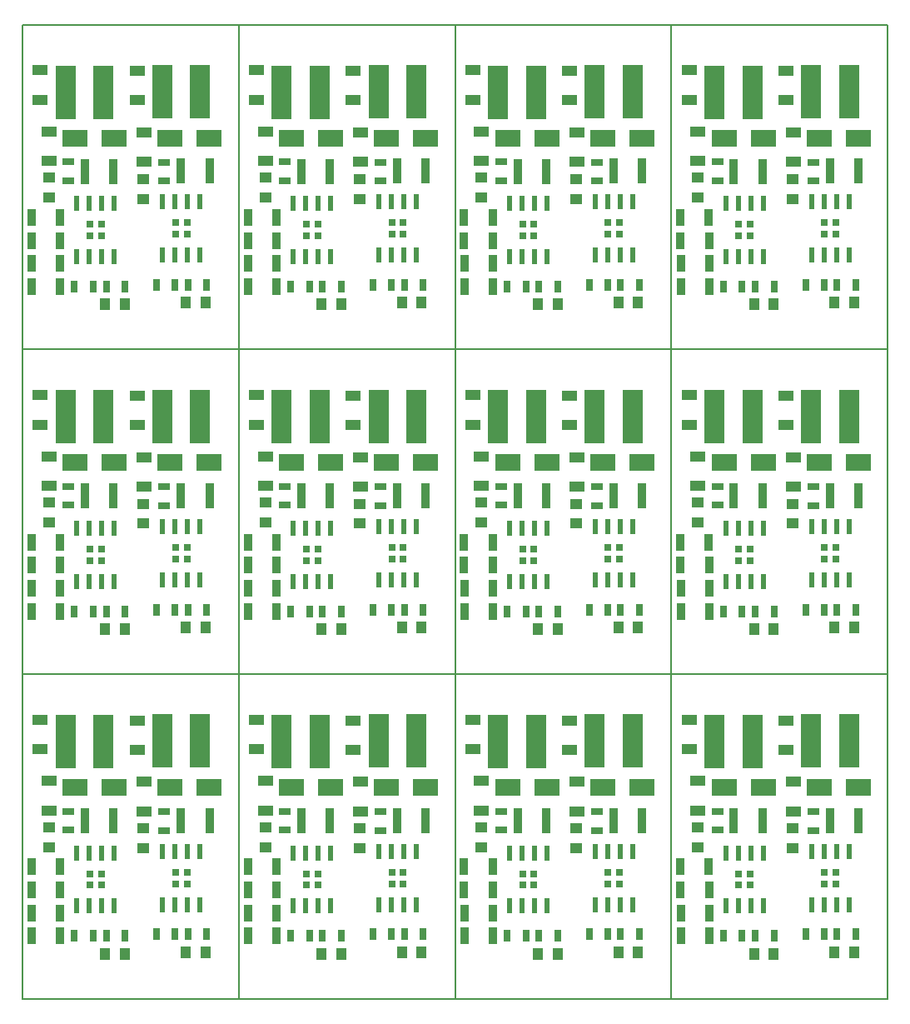
<source format=gtp>
G04 #@! TF.FileFunction,Paste,Top*
%FSLAX46Y46*%
G04 Gerber Fmt 4.6, Leading zero omitted, Abs format (unit mm)*
G04 Created by KiCad (PCBNEW 4.0.2-stable) date 11/12/2017 10:54:41 AM*
%MOMM*%
G01*
G04 APERTURE LIST*
%ADD10C,0.100000*%
%ADD11C,0.150000*%
%ADD12R,0.900000X1.700000*%
%ADD13R,0.700000X1.300000*%
%ADD14R,1.000000X1.250000*%
%ADD15R,1.600000X1.000000*%
%ADD16R,1.250000X1.000000*%
%ADD17R,1.300000X0.700000*%
%ADD18R,2.500000X1.800000*%
%ADD19R,0.900000X2.500000*%
%ADD20R,0.600000X1.550000*%
%ADD21R,0.705000X0.705000*%
%ADD22R,2.150000X5.500000*%
G04 APERTURE END LIST*
D10*
D11*
X102000000Y-111000000D02*
X102000000Y-144000000D01*
X124000000Y-111000000D02*
X124000000Y-144000000D01*
X124000000Y-144000000D02*
X124000000Y-111000000D01*
X124000000Y-144000000D02*
X102000000Y-144000000D01*
X102000000Y-144000000D02*
X80000000Y-144000000D01*
X80000000Y-144000000D02*
X80000000Y-111000000D01*
X102000000Y-144000000D02*
X102000000Y-111000000D01*
X102000000Y-111000000D02*
X124000000Y-111000000D01*
X124000000Y-111000000D02*
X102000000Y-111000000D01*
X80000000Y-111000000D02*
X102000000Y-111000000D01*
X102000000Y-111000000D02*
X80000000Y-111000000D01*
X146000000Y-144000000D02*
X146000000Y-111000000D01*
X146000000Y-144000000D02*
X124000000Y-144000000D01*
X146000000Y-111000000D02*
X146000000Y-144000000D01*
X168000000Y-144000000D02*
X146000000Y-144000000D01*
X168000000Y-111000000D02*
X168000000Y-144000000D01*
X168000000Y-111000000D02*
X146000000Y-111000000D01*
X124000000Y-111000000D02*
X146000000Y-111000000D01*
X146000000Y-111000000D02*
X168000000Y-111000000D01*
X146000000Y-111000000D02*
X124000000Y-111000000D01*
X146000000Y-78000000D02*
X146000000Y-111000000D01*
X168000000Y-111000000D02*
X146000000Y-111000000D01*
X168000000Y-78000000D02*
X168000000Y-111000000D01*
X146000000Y-78000000D02*
X168000000Y-78000000D01*
X124000000Y-111000000D02*
X102000000Y-111000000D01*
X102000000Y-111000000D02*
X80000000Y-111000000D01*
X80000000Y-111000000D02*
X80000000Y-78000000D01*
X80000000Y-78000000D02*
X102000000Y-78000000D01*
X102000000Y-78000000D02*
X102000000Y-111000000D01*
X102000000Y-78000000D02*
X124000000Y-78000000D01*
X102000000Y-111000000D02*
X102000000Y-78000000D01*
X124000000Y-78000000D02*
X146000000Y-78000000D01*
X124000000Y-111000000D02*
X124000000Y-78000000D01*
X146000000Y-111000000D02*
X146000000Y-78000000D01*
X146000000Y-111000000D02*
X124000000Y-111000000D01*
X124000000Y-78000000D02*
X124000000Y-111000000D01*
X146000000Y-78000000D02*
X146000000Y-45000000D01*
X124000000Y-78000000D02*
X124000000Y-45000000D01*
X124000000Y-45000000D02*
X146000000Y-45000000D01*
X146000000Y-45000000D02*
X146000000Y-78000000D01*
X168000000Y-78000000D02*
X146000000Y-78000000D01*
X168000000Y-45000000D02*
X168000000Y-78000000D01*
X146000000Y-45000000D02*
X168000000Y-45000000D01*
X146000000Y-78000000D02*
X124000000Y-78000000D01*
X124000000Y-78000000D02*
X102000000Y-78000000D01*
X102000000Y-78000000D02*
X102000000Y-45000000D01*
X102000000Y-45000000D02*
X124000000Y-45000000D01*
X124000000Y-45000000D02*
X124000000Y-78000000D01*
X80000000Y-78000000D02*
X80000000Y-45000000D01*
X102000000Y-78000000D02*
X80000000Y-78000000D01*
X102000000Y-45000000D02*
X102000000Y-78000000D01*
X80000000Y-45000000D02*
X102000000Y-45000000D01*
D12*
X124937600Y-135293400D03*
X127837600Y-135293400D03*
X127837600Y-137604800D03*
X124937600Y-137604800D03*
D13*
X131188200Y-137604800D03*
X129288200Y-137604800D03*
D14*
X132414000Y-139444200D03*
X134414000Y-139444200D03*
D13*
X132524200Y-137604800D03*
X134424200Y-137604800D03*
D15*
X126692400Y-121856800D03*
X126692400Y-124856800D03*
D16*
X126692400Y-128571800D03*
X126692400Y-126571800D03*
D17*
X128699000Y-126835200D03*
X128699000Y-124935200D03*
D18*
X129340600Y-122517200D03*
X133340600Y-122517200D03*
D16*
X136293600Y-128698800D03*
X136293600Y-126698800D03*
D15*
X136369800Y-121955600D03*
X136369800Y-124955600D03*
D19*
X133247800Y-125909800D03*
X130347800Y-125909800D03*
D12*
X127814400Y-132931200D03*
X124914400Y-132931200D03*
D20*
X129533900Y-134567700D03*
X130803900Y-134567700D03*
X132073900Y-134567700D03*
X133343900Y-134567700D03*
X133343900Y-129167700D03*
X132073900Y-129167700D03*
X130803900Y-129167700D03*
X129533900Y-129167700D03*
D21*
X132026400Y-131280200D03*
X130851400Y-131280200D03*
X132026400Y-132455200D03*
X130851400Y-132455200D03*
D12*
X124912200Y-130594400D03*
X127812200Y-130594400D03*
D20*
X138246100Y-134408700D03*
X139516100Y-134408700D03*
X140786100Y-134408700D03*
X142056100Y-134408700D03*
X142056100Y-129008700D03*
X140786100Y-129008700D03*
X139516100Y-129008700D03*
X138246100Y-129008700D03*
D21*
X140738600Y-131121200D03*
X139563600Y-131121200D03*
X140738600Y-132296200D03*
X139563600Y-132296200D03*
D15*
X125803400Y-118648200D03*
X125803400Y-115648200D03*
D22*
X128374200Y-117858000D03*
X132224200Y-117858000D03*
D15*
X135658600Y-118697600D03*
X135658600Y-115697600D03*
D22*
X138204000Y-117807200D03*
X142054000Y-117807200D03*
X160204000Y-117807200D03*
X164054000Y-117807200D03*
D18*
X160992600Y-122517200D03*
X164992600Y-122517200D03*
D14*
X154414000Y-139444200D03*
X156414000Y-139444200D03*
X162592800Y-139266400D03*
X164592800Y-139266400D03*
D13*
X162830000Y-137437600D03*
X164730000Y-137437600D03*
X161539800Y-137437600D03*
X159639800Y-137437600D03*
X154524200Y-137604800D03*
X156424200Y-137604800D03*
D15*
X158369800Y-121955600D03*
X158369800Y-124955600D03*
D18*
X151340600Y-122517200D03*
X155340600Y-122517200D03*
D22*
X150374200Y-117858000D03*
X154224200Y-117858000D03*
D15*
X157658600Y-118697600D03*
X157658600Y-115697600D03*
X147803400Y-118648200D03*
X147803400Y-115648200D03*
D17*
X160427200Y-126886000D03*
X160427200Y-124986000D03*
D20*
X160246100Y-134408700D03*
X161516100Y-134408700D03*
X162786100Y-134408700D03*
X164056100Y-134408700D03*
X164056100Y-129008700D03*
X162786100Y-129008700D03*
X161516100Y-129008700D03*
X160246100Y-129008700D03*
D21*
X162738600Y-131121200D03*
X161563600Y-131121200D03*
X162738600Y-132296200D03*
X161563600Y-132296200D03*
D16*
X158293600Y-128698800D03*
X158293600Y-126698800D03*
D20*
X151533900Y-134567700D03*
X152803900Y-134567700D03*
X154073900Y-134567700D03*
X155343900Y-134567700D03*
X155343900Y-129167700D03*
X154073900Y-129167700D03*
X152803900Y-129167700D03*
X151533900Y-129167700D03*
D21*
X154026400Y-131280200D03*
X152851400Y-131280200D03*
X154026400Y-132455200D03*
X152851400Y-132455200D03*
D19*
X165026800Y-125884400D03*
X162126800Y-125884400D03*
D12*
X149814400Y-132931200D03*
X146914400Y-132931200D03*
X146912200Y-130594400D03*
X149812200Y-130594400D03*
D15*
X148692400Y-121856800D03*
X148692400Y-124856800D03*
D19*
X155247800Y-125909800D03*
X152347800Y-125909800D03*
D17*
X150699000Y-126835200D03*
X150699000Y-124935200D03*
D16*
X148692400Y-128571800D03*
X148692400Y-126571800D03*
D14*
X140592800Y-139266400D03*
X142592800Y-139266400D03*
D13*
X140830000Y-137437600D03*
X142730000Y-137437600D03*
X139539800Y-137437600D03*
X137639800Y-137437600D03*
D17*
X138427200Y-126886000D03*
X138427200Y-124986000D03*
D19*
X143026800Y-125884400D03*
X140126800Y-125884400D03*
D18*
X138992600Y-122517200D03*
X142992600Y-122517200D03*
D12*
X146937600Y-135293400D03*
X149837600Y-135293400D03*
D13*
X153188200Y-137604800D03*
X151288200Y-137604800D03*
D12*
X149837600Y-137604800D03*
X146937600Y-137604800D03*
D13*
X88524200Y-137604800D03*
X90424200Y-137604800D03*
D14*
X88414000Y-139444200D03*
X90414000Y-139444200D03*
D13*
X87188200Y-137604800D03*
X85288200Y-137604800D03*
D12*
X105814400Y-132931200D03*
X102914400Y-132931200D03*
X102912200Y-130594400D03*
X105812200Y-130594400D03*
X105837600Y-137604800D03*
X102937600Y-137604800D03*
X102937600Y-135293400D03*
X105837600Y-135293400D03*
D13*
X96830000Y-137437600D03*
X98730000Y-137437600D03*
D14*
X96592800Y-139266400D03*
X98592800Y-139266400D03*
D13*
X95539800Y-137437600D03*
X93639800Y-137437600D03*
D20*
X94246100Y-134408700D03*
X95516100Y-134408700D03*
X96786100Y-134408700D03*
X98056100Y-134408700D03*
X98056100Y-129008700D03*
X96786100Y-129008700D03*
X95516100Y-129008700D03*
X94246100Y-129008700D03*
D21*
X96738600Y-131121200D03*
X95563600Y-131121200D03*
X96738600Y-132296200D03*
X95563600Y-132296200D03*
D12*
X83814400Y-132931200D03*
X80914400Y-132931200D03*
X83837600Y-137604800D03*
X80937600Y-137604800D03*
X80937600Y-135293400D03*
X83837600Y-135293400D03*
D18*
X107340600Y-122517200D03*
X111340600Y-122517200D03*
D22*
X106374200Y-117858000D03*
X110224200Y-117858000D03*
D15*
X114369800Y-121955600D03*
X114369800Y-124955600D03*
D19*
X121026800Y-125884400D03*
X118126800Y-125884400D03*
D17*
X116427200Y-126886000D03*
X116427200Y-124986000D03*
D22*
X116204000Y-117807200D03*
X120054000Y-117807200D03*
D18*
X116992600Y-122517200D03*
X120992600Y-122517200D03*
D15*
X113658600Y-118697600D03*
X113658600Y-115697600D03*
D13*
X109188200Y-137604800D03*
X107288200Y-137604800D03*
D14*
X110414000Y-139444200D03*
X112414000Y-139444200D03*
D13*
X110524200Y-137604800D03*
X112424200Y-137604800D03*
X118830000Y-137437600D03*
X120730000Y-137437600D03*
X117539800Y-137437600D03*
X115639800Y-137437600D03*
D14*
X118592800Y-139266400D03*
X120592800Y-139266400D03*
D16*
X114293600Y-128698800D03*
X114293600Y-126698800D03*
D20*
X107533900Y-134567700D03*
X108803900Y-134567700D03*
X110073900Y-134567700D03*
X111343900Y-134567700D03*
X111343900Y-129167700D03*
X110073900Y-129167700D03*
X108803900Y-129167700D03*
X107533900Y-129167700D03*
D21*
X110026400Y-131280200D03*
X108851400Y-131280200D03*
X110026400Y-132455200D03*
X108851400Y-132455200D03*
D19*
X111247800Y-125909800D03*
X108347800Y-125909800D03*
D20*
X116246100Y-134408700D03*
X117516100Y-134408700D03*
X118786100Y-134408700D03*
X120056100Y-134408700D03*
X120056100Y-129008700D03*
X118786100Y-129008700D03*
X117516100Y-129008700D03*
X116246100Y-129008700D03*
D21*
X118738600Y-131121200D03*
X117563600Y-131121200D03*
X118738600Y-132296200D03*
X117563600Y-132296200D03*
D15*
X91658600Y-118697600D03*
X91658600Y-115697600D03*
X92369800Y-121955600D03*
X92369800Y-124955600D03*
D18*
X94992600Y-122517200D03*
X98992600Y-122517200D03*
D19*
X99026800Y-125884400D03*
X96126800Y-125884400D03*
D17*
X94427200Y-126886000D03*
X94427200Y-124986000D03*
D16*
X92293600Y-128698800D03*
X92293600Y-126698800D03*
D22*
X94204000Y-117807200D03*
X98054000Y-117807200D03*
D18*
X85340600Y-122517200D03*
X89340600Y-122517200D03*
D22*
X84374200Y-117858000D03*
X88224200Y-117858000D03*
D19*
X89247800Y-125909800D03*
X86347800Y-125909800D03*
D17*
X84699000Y-126835200D03*
X84699000Y-124935200D03*
D15*
X82692400Y-121856800D03*
X82692400Y-124856800D03*
X81803400Y-118648200D03*
X81803400Y-115648200D03*
D16*
X82692400Y-128571800D03*
X82692400Y-126571800D03*
D12*
X80912200Y-130594400D03*
X83812200Y-130594400D03*
D20*
X85533900Y-134567700D03*
X86803900Y-134567700D03*
X88073900Y-134567700D03*
X89343900Y-134567700D03*
X89343900Y-129167700D03*
X88073900Y-129167700D03*
X86803900Y-129167700D03*
X85533900Y-129167700D03*
D21*
X88026400Y-131280200D03*
X86851400Y-131280200D03*
X88026400Y-132455200D03*
X86851400Y-132455200D03*
D16*
X104692400Y-128571800D03*
X104692400Y-126571800D03*
D17*
X106699000Y-126835200D03*
X106699000Y-124935200D03*
D15*
X104692400Y-121856800D03*
X104692400Y-124856800D03*
X103803400Y-118648200D03*
X103803400Y-115648200D03*
D13*
X139539800Y-104437600D03*
X137639800Y-104437600D03*
X140830000Y-104437600D03*
X142730000Y-104437600D03*
D14*
X140592800Y-106266400D03*
X142592800Y-106266400D03*
D18*
X138992600Y-89517200D03*
X142992600Y-89517200D03*
D17*
X138427200Y-93886000D03*
X138427200Y-91986000D03*
D19*
X143026800Y-92884400D03*
X140126800Y-92884400D03*
D22*
X138204000Y-84807200D03*
X142054000Y-84807200D03*
D12*
X127814400Y-99931200D03*
X124914400Y-99931200D03*
D13*
X132524200Y-104604800D03*
X134424200Y-104604800D03*
D14*
X132414000Y-106444200D03*
X134414000Y-106444200D03*
D13*
X131188200Y-104604800D03*
X129288200Y-104604800D03*
D12*
X124937600Y-102293400D03*
X127837600Y-102293400D03*
X127837600Y-104604800D03*
X124937600Y-104604800D03*
D15*
X136369800Y-88955600D03*
X136369800Y-91955600D03*
D19*
X133247800Y-92909800D03*
X130347800Y-92909800D03*
D17*
X128699000Y-93835200D03*
X128699000Y-91935200D03*
D15*
X135658600Y-85697600D03*
X135658600Y-82697600D03*
X126692400Y-88856800D03*
X126692400Y-91856800D03*
D22*
X128374200Y-84858000D03*
X132224200Y-84858000D03*
D18*
X129340600Y-89517200D03*
X133340600Y-89517200D03*
D20*
X138246100Y-101408700D03*
X139516100Y-101408700D03*
X140786100Y-101408700D03*
X142056100Y-101408700D03*
X142056100Y-96008700D03*
X140786100Y-96008700D03*
X139516100Y-96008700D03*
X138246100Y-96008700D03*
D21*
X140738600Y-98121200D03*
X139563600Y-98121200D03*
X140738600Y-99296200D03*
X139563600Y-99296200D03*
D20*
X129533900Y-101567700D03*
X130803900Y-101567700D03*
X132073900Y-101567700D03*
X133343900Y-101567700D03*
X133343900Y-96167700D03*
X132073900Y-96167700D03*
X130803900Y-96167700D03*
X129533900Y-96167700D03*
D21*
X132026400Y-98280200D03*
X130851400Y-98280200D03*
X132026400Y-99455200D03*
X130851400Y-99455200D03*
D16*
X136293600Y-95698800D03*
X136293600Y-93698800D03*
X126692400Y-95571800D03*
X126692400Y-93571800D03*
D12*
X124912200Y-97594400D03*
X127812200Y-97594400D03*
D15*
X113658600Y-85697600D03*
X113658600Y-82697600D03*
X125803400Y-85648200D03*
X125803400Y-82648200D03*
D22*
X116204000Y-84807200D03*
X120054000Y-84807200D03*
D12*
X146937600Y-102293400D03*
X149837600Y-102293400D03*
X146912200Y-97594400D03*
X149812200Y-97594400D03*
X149814400Y-99931200D03*
X146914400Y-99931200D03*
X149837600Y-104604800D03*
X146937600Y-104604800D03*
D13*
X154524200Y-104604800D03*
X156424200Y-104604800D03*
X153188200Y-104604800D03*
X151288200Y-104604800D03*
D14*
X154414000Y-106444200D03*
X156414000Y-106444200D03*
D13*
X162830000Y-104437600D03*
X164730000Y-104437600D03*
D14*
X162592800Y-106266400D03*
X164592800Y-106266400D03*
D13*
X161539800Y-104437600D03*
X159639800Y-104437600D03*
D15*
X147803400Y-85648200D03*
X147803400Y-82648200D03*
D22*
X150374200Y-84858000D03*
X154224200Y-84858000D03*
D16*
X148692400Y-95571800D03*
X148692400Y-93571800D03*
D17*
X150699000Y-93835200D03*
X150699000Y-91935200D03*
D15*
X148692400Y-88856800D03*
X148692400Y-91856800D03*
D19*
X155247800Y-92909800D03*
X152347800Y-92909800D03*
D18*
X151340600Y-89517200D03*
X155340600Y-89517200D03*
D15*
X157658600Y-85697600D03*
X157658600Y-82697600D03*
D18*
X160992600Y-89517200D03*
X164992600Y-89517200D03*
D17*
X160427200Y-93886000D03*
X160427200Y-91986000D03*
D22*
X160204000Y-84807200D03*
X164054000Y-84807200D03*
D15*
X158369800Y-88955600D03*
X158369800Y-91955600D03*
D19*
X165026800Y-92884400D03*
X162126800Y-92884400D03*
D20*
X151533900Y-101567700D03*
X152803900Y-101567700D03*
X154073900Y-101567700D03*
X155343900Y-101567700D03*
X155343900Y-96167700D03*
X154073900Y-96167700D03*
X152803900Y-96167700D03*
X151533900Y-96167700D03*
D21*
X154026400Y-98280200D03*
X152851400Y-98280200D03*
X154026400Y-99455200D03*
X152851400Y-99455200D03*
D16*
X158293600Y-95698800D03*
X158293600Y-93698800D03*
D20*
X160246100Y-101408700D03*
X161516100Y-101408700D03*
X162786100Y-101408700D03*
X164056100Y-101408700D03*
X164056100Y-96008700D03*
X162786100Y-96008700D03*
X161516100Y-96008700D03*
X160246100Y-96008700D03*
D21*
X162738600Y-98121200D03*
X161563600Y-98121200D03*
X162738600Y-99296200D03*
X161563600Y-99296200D03*
D22*
X94204000Y-84807200D03*
X98054000Y-84807200D03*
D18*
X94992600Y-89517200D03*
X98992600Y-89517200D03*
D15*
X103803400Y-85648200D03*
X103803400Y-82648200D03*
D22*
X106374200Y-84858000D03*
X110224200Y-84858000D03*
D18*
X107340600Y-89517200D03*
X111340600Y-89517200D03*
D15*
X104692400Y-88856800D03*
X104692400Y-91856800D03*
D17*
X106699000Y-93835200D03*
X106699000Y-91935200D03*
D19*
X111247800Y-92909800D03*
X108347800Y-92909800D03*
D16*
X92293600Y-95698800D03*
X92293600Y-93698800D03*
D17*
X94427200Y-93886000D03*
X94427200Y-91986000D03*
D19*
X99026800Y-92884400D03*
X96126800Y-92884400D03*
D20*
X94246100Y-101408700D03*
X95516100Y-101408700D03*
X96786100Y-101408700D03*
X98056100Y-101408700D03*
X98056100Y-96008700D03*
X96786100Y-96008700D03*
X95516100Y-96008700D03*
X94246100Y-96008700D03*
D21*
X96738600Y-98121200D03*
X95563600Y-98121200D03*
X96738600Y-99296200D03*
X95563600Y-99296200D03*
D12*
X105814400Y-99931200D03*
X102914400Y-99931200D03*
X102912200Y-97594400D03*
X105812200Y-97594400D03*
D16*
X104692400Y-95571800D03*
X104692400Y-93571800D03*
D18*
X116992600Y-89517200D03*
X120992600Y-89517200D03*
D19*
X121026800Y-92884400D03*
X118126800Y-92884400D03*
D15*
X114369800Y-88955600D03*
X114369800Y-91955600D03*
D16*
X114293600Y-95698800D03*
X114293600Y-93698800D03*
D17*
X116427200Y-93886000D03*
X116427200Y-91986000D03*
D20*
X107533900Y-101567700D03*
X108803900Y-101567700D03*
X110073900Y-101567700D03*
X111343900Y-101567700D03*
X111343900Y-96167700D03*
X110073900Y-96167700D03*
X108803900Y-96167700D03*
X107533900Y-96167700D03*
D21*
X110026400Y-98280200D03*
X108851400Y-98280200D03*
X110026400Y-99455200D03*
X108851400Y-99455200D03*
D20*
X116246100Y-101408700D03*
X117516100Y-101408700D03*
X118786100Y-101408700D03*
X120056100Y-101408700D03*
X120056100Y-96008700D03*
X118786100Y-96008700D03*
X117516100Y-96008700D03*
X116246100Y-96008700D03*
D21*
X118738600Y-98121200D03*
X117563600Y-98121200D03*
X118738600Y-99296200D03*
X117563600Y-99296200D03*
D12*
X105837600Y-104604800D03*
X102937600Y-104604800D03*
X102937600Y-102293400D03*
X105837600Y-102293400D03*
D13*
X110524200Y-104604800D03*
X112424200Y-104604800D03*
D14*
X110414000Y-106444200D03*
X112414000Y-106444200D03*
D13*
X109188200Y-104604800D03*
X107288200Y-104604800D03*
D14*
X96592800Y-106266400D03*
X98592800Y-106266400D03*
D13*
X95539800Y-104437600D03*
X93639800Y-104437600D03*
X96830000Y-104437600D03*
X98730000Y-104437600D03*
D14*
X118592800Y-106266400D03*
X120592800Y-106266400D03*
D13*
X117539800Y-104437600D03*
X115639800Y-104437600D03*
X118830000Y-104437600D03*
X120730000Y-104437600D03*
D20*
X85533900Y-101567700D03*
X86803900Y-101567700D03*
X88073900Y-101567700D03*
X89343900Y-101567700D03*
X89343900Y-96167700D03*
X88073900Y-96167700D03*
X86803900Y-96167700D03*
X85533900Y-96167700D03*
D21*
X88026400Y-98280200D03*
X86851400Y-98280200D03*
X88026400Y-99455200D03*
X86851400Y-99455200D03*
D15*
X81803400Y-85648200D03*
X81803400Y-82648200D03*
D22*
X84374200Y-84858000D03*
X88224200Y-84858000D03*
D15*
X91658600Y-85697600D03*
X91658600Y-82697600D03*
X92369800Y-88955600D03*
X92369800Y-91955600D03*
D19*
X89247800Y-92909800D03*
X86347800Y-92909800D03*
D17*
X84699000Y-93835200D03*
X84699000Y-91935200D03*
D12*
X80912200Y-97594400D03*
X83812200Y-97594400D03*
D16*
X82692400Y-95571800D03*
X82692400Y-93571800D03*
D15*
X82692400Y-88856800D03*
X82692400Y-91856800D03*
D18*
X85340600Y-89517200D03*
X89340600Y-89517200D03*
D14*
X88414000Y-106444200D03*
X90414000Y-106444200D03*
D13*
X88524200Y-104604800D03*
X90424200Y-104604800D03*
D12*
X83837600Y-104604800D03*
X80937600Y-104604800D03*
X80937600Y-102293400D03*
X83837600Y-102293400D03*
X83814400Y-99931200D03*
X80914400Y-99931200D03*
D13*
X87188200Y-104604800D03*
X85288200Y-104604800D03*
D20*
X151533900Y-68567700D03*
X152803900Y-68567700D03*
X154073900Y-68567700D03*
X155343900Y-68567700D03*
X155343900Y-63167700D03*
X154073900Y-63167700D03*
X152803900Y-63167700D03*
X151533900Y-63167700D03*
D21*
X154026400Y-65280200D03*
X152851400Y-65280200D03*
X154026400Y-66455200D03*
X152851400Y-66455200D03*
D13*
X153188200Y-71604800D03*
X151288200Y-71604800D03*
D12*
X149837600Y-71604800D03*
X146937600Y-71604800D03*
X146937600Y-69293400D03*
X149837600Y-69293400D03*
X149814400Y-66931200D03*
X146914400Y-66931200D03*
D13*
X140830000Y-71437600D03*
X142730000Y-71437600D03*
X139539800Y-71437600D03*
X137639800Y-71437600D03*
D14*
X140592800Y-73266400D03*
X142592800Y-73266400D03*
D13*
X161539800Y-71437600D03*
X159639800Y-71437600D03*
D14*
X154414000Y-73444200D03*
X156414000Y-73444200D03*
D13*
X162830000Y-71437600D03*
X164730000Y-71437600D03*
D14*
X162592800Y-73266400D03*
X164592800Y-73266400D03*
D13*
X154524200Y-71604800D03*
X156424200Y-71604800D03*
D20*
X138246100Y-68408700D03*
X139516100Y-68408700D03*
X140786100Y-68408700D03*
X142056100Y-68408700D03*
X142056100Y-63008700D03*
X140786100Y-63008700D03*
X139516100Y-63008700D03*
X138246100Y-63008700D03*
D21*
X140738600Y-65121200D03*
X139563600Y-65121200D03*
X140738600Y-66296200D03*
X139563600Y-66296200D03*
D22*
X138204000Y-51807200D03*
X142054000Y-51807200D03*
D15*
X136369800Y-55955600D03*
X136369800Y-58955600D03*
D17*
X138427200Y-60886000D03*
X138427200Y-58986000D03*
D16*
X136293600Y-62698800D03*
X136293600Y-60698800D03*
D18*
X138992600Y-56517200D03*
X142992600Y-56517200D03*
D19*
X143026800Y-59884400D03*
X140126800Y-59884400D03*
D20*
X160246100Y-68408700D03*
X161516100Y-68408700D03*
X162786100Y-68408700D03*
X164056100Y-68408700D03*
X164056100Y-63008700D03*
X162786100Y-63008700D03*
X161516100Y-63008700D03*
X160246100Y-63008700D03*
D21*
X162738600Y-65121200D03*
X161563600Y-65121200D03*
X162738600Y-66296200D03*
X161563600Y-66296200D03*
D15*
X157658600Y-52697600D03*
X157658600Y-49697600D03*
X158369800Y-55955600D03*
X158369800Y-58955600D03*
D22*
X160204000Y-51807200D03*
X164054000Y-51807200D03*
D18*
X160992600Y-56517200D03*
X164992600Y-56517200D03*
D17*
X160427200Y-60886000D03*
X160427200Y-58986000D03*
D16*
X158293600Y-62698800D03*
X158293600Y-60698800D03*
D19*
X165026800Y-59884400D03*
X162126800Y-59884400D03*
D15*
X147803400Y-52648200D03*
X147803400Y-49648200D03*
D22*
X150374200Y-51858000D03*
X154224200Y-51858000D03*
D18*
X151340600Y-56517200D03*
X155340600Y-56517200D03*
D15*
X148692400Y-55856800D03*
X148692400Y-58856800D03*
D19*
X155247800Y-59909800D03*
X152347800Y-59909800D03*
D17*
X150699000Y-60835200D03*
X150699000Y-58935200D03*
D12*
X146912200Y-64594400D03*
X149812200Y-64594400D03*
D16*
X148692400Y-62571800D03*
X148692400Y-60571800D03*
D13*
X132524200Y-71604800D03*
X134424200Y-71604800D03*
D14*
X132414000Y-73444200D03*
X134414000Y-73444200D03*
D13*
X131188200Y-71604800D03*
X129288200Y-71604800D03*
D12*
X127837600Y-71604800D03*
X124937600Y-71604800D03*
X124937600Y-69293400D03*
X127837600Y-69293400D03*
D15*
X135658600Y-52697600D03*
X135658600Y-49697600D03*
D22*
X128374200Y-51858000D03*
X132224200Y-51858000D03*
D15*
X125803400Y-52648200D03*
X125803400Y-49648200D03*
D12*
X124912200Y-64594400D03*
X127812200Y-64594400D03*
X127814400Y-66931200D03*
X124914400Y-66931200D03*
D16*
X126692400Y-62571800D03*
X126692400Y-60571800D03*
D17*
X128699000Y-60835200D03*
X128699000Y-58935200D03*
D18*
X129340600Y-56517200D03*
X133340600Y-56517200D03*
D19*
X133247800Y-59909800D03*
X130347800Y-59909800D03*
D15*
X126692400Y-55856800D03*
X126692400Y-58856800D03*
D20*
X129533900Y-68567700D03*
X130803900Y-68567700D03*
X132073900Y-68567700D03*
X133343900Y-68567700D03*
X133343900Y-63167700D03*
X132073900Y-63167700D03*
X130803900Y-63167700D03*
X129533900Y-63167700D03*
D21*
X132026400Y-65280200D03*
X130851400Y-65280200D03*
X132026400Y-66455200D03*
X130851400Y-66455200D03*
D14*
X118592800Y-73266400D03*
X120592800Y-73266400D03*
D13*
X118830000Y-71437600D03*
X120730000Y-71437600D03*
X117539800Y-71437600D03*
X115639800Y-71437600D03*
D16*
X104692400Y-62571800D03*
X104692400Y-60571800D03*
D20*
X107533900Y-68567700D03*
X108803900Y-68567700D03*
X110073900Y-68567700D03*
X111343900Y-68567700D03*
X111343900Y-63167700D03*
X110073900Y-63167700D03*
X108803900Y-63167700D03*
X107533900Y-63167700D03*
D21*
X110026400Y-65280200D03*
X108851400Y-65280200D03*
X110026400Y-66455200D03*
X108851400Y-66455200D03*
D12*
X102912200Y-64594400D03*
X105812200Y-64594400D03*
X102937600Y-69293400D03*
X105837600Y-69293400D03*
X105814400Y-66931200D03*
X102914400Y-66931200D03*
D14*
X110414000Y-73444200D03*
X112414000Y-73444200D03*
D13*
X110524200Y-71604800D03*
X112424200Y-71604800D03*
D12*
X105837600Y-71604800D03*
X102937600Y-71604800D03*
D13*
X109188200Y-71604800D03*
X107288200Y-71604800D03*
D15*
X113658600Y-52697600D03*
X113658600Y-49697600D03*
D18*
X116992600Y-56517200D03*
X120992600Y-56517200D03*
D22*
X116204000Y-51807200D03*
X120054000Y-51807200D03*
D15*
X114369800Y-55955600D03*
X114369800Y-58955600D03*
D19*
X121026800Y-59884400D03*
X118126800Y-59884400D03*
D17*
X116427200Y-60886000D03*
X116427200Y-58986000D03*
D20*
X116246100Y-68408700D03*
X117516100Y-68408700D03*
X118786100Y-68408700D03*
X120056100Y-68408700D03*
X120056100Y-63008700D03*
X118786100Y-63008700D03*
X117516100Y-63008700D03*
X116246100Y-63008700D03*
D21*
X118738600Y-65121200D03*
X117563600Y-65121200D03*
X118738600Y-66296200D03*
X117563600Y-66296200D03*
D16*
X114293600Y-62698800D03*
X114293600Y-60698800D03*
D15*
X103803400Y-52648200D03*
X103803400Y-49648200D03*
D22*
X106374200Y-51858000D03*
X110224200Y-51858000D03*
D15*
X104692400Y-55856800D03*
X104692400Y-58856800D03*
D18*
X107340600Y-56517200D03*
X111340600Y-56517200D03*
D17*
X106699000Y-60835200D03*
X106699000Y-58935200D03*
D19*
X111247800Y-59909800D03*
X108347800Y-59909800D03*
D15*
X92369800Y-55955600D03*
X92369800Y-58955600D03*
X82692400Y-55856800D03*
X82692400Y-58856800D03*
D22*
X84374200Y-51858000D03*
X88224200Y-51858000D03*
X94204000Y-51807200D03*
X98054000Y-51807200D03*
D13*
X87188200Y-71604800D03*
X85288200Y-71604800D03*
D17*
X84699000Y-60835200D03*
X84699000Y-58935200D03*
D13*
X96830000Y-71437600D03*
X98730000Y-71437600D03*
X88524200Y-71604800D03*
X90424200Y-71604800D03*
X95539800Y-71437600D03*
X93639800Y-71437600D03*
D17*
X94427200Y-60886000D03*
X94427200Y-58986000D03*
D12*
X83837600Y-71604800D03*
X80937600Y-71604800D03*
X80937600Y-69293400D03*
X83837600Y-69293400D03*
X83814400Y-66931200D03*
X80914400Y-66931200D03*
X80912200Y-64594400D03*
X83812200Y-64594400D03*
D20*
X85533900Y-68567700D03*
X86803900Y-68567700D03*
X88073900Y-68567700D03*
X89343900Y-68567700D03*
X89343900Y-63167700D03*
X88073900Y-63167700D03*
X86803900Y-63167700D03*
X85533900Y-63167700D03*
D21*
X88026400Y-65280200D03*
X86851400Y-65280200D03*
X88026400Y-66455200D03*
X86851400Y-66455200D03*
D20*
X94246100Y-68408700D03*
X95516100Y-68408700D03*
X96786100Y-68408700D03*
X98056100Y-68408700D03*
X98056100Y-63008700D03*
X96786100Y-63008700D03*
X95516100Y-63008700D03*
X94246100Y-63008700D03*
D21*
X96738600Y-65121200D03*
X95563600Y-65121200D03*
X96738600Y-66296200D03*
X95563600Y-66296200D03*
D18*
X85340600Y-56517200D03*
X89340600Y-56517200D03*
X94992600Y-56517200D03*
X98992600Y-56517200D03*
D16*
X92293600Y-62698800D03*
X92293600Y-60698800D03*
X82692400Y-62571800D03*
X82692400Y-60571800D03*
D14*
X96592800Y-73266400D03*
X98592800Y-73266400D03*
X88414000Y-73444200D03*
X90414000Y-73444200D03*
D19*
X89247800Y-59909800D03*
X86347800Y-59909800D03*
X99026800Y-59884400D03*
X96126800Y-59884400D03*
D15*
X81803400Y-52648200D03*
X81803400Y-49648200D03*
X91658600Y-52697600D03*
X91658600Y-49697600D03*
M02*

</source>
